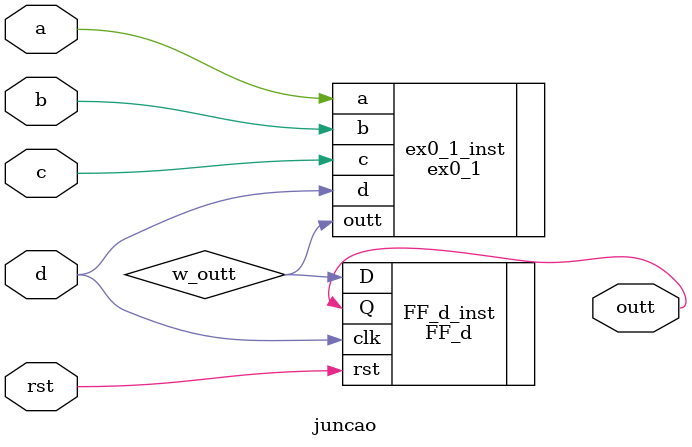
<source format=v>
module juncao (
    input a, b, c, d, rst,
    output outt
);

// Declare w_outt as a wire
wire w_outt;

// Instanciar o módulo ex0_1
ex0_1 ex0_1_inst (
    .a(a),
    .b(b),
    .c(c),
    .d(d),
    .outt(w_outt) // Conectar a saída do ex0_1 a um fio intermediário
);

// Instanciar o módulo FF_d
FF_d FF_d_inst (
    .clk(d), // Conectar d do ex0_1 ao clk do FF_d
    .rst(rst),
    .D(w_outt), // Conectar a saída do ex0_1 à entrada D do FF_d
    .Q(outt) // Conectar a saída do FF_d à saída final
);

endmodule
</source>
